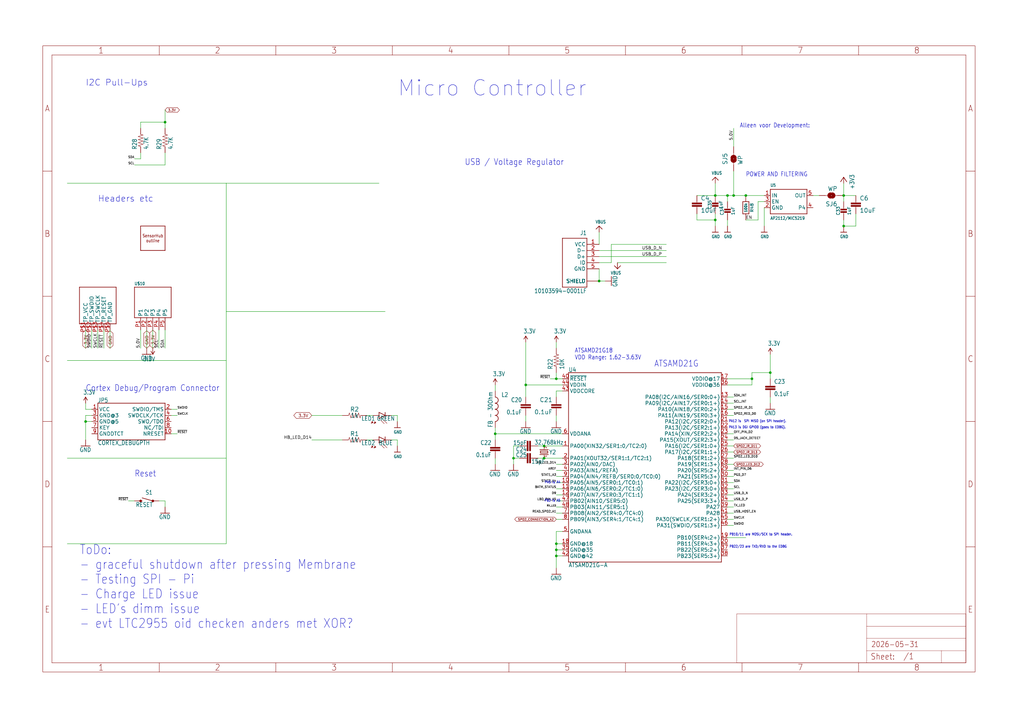
<source format=kicad_sch>
(kicad_sch (version 20250114) (generator "eeschema") (generator_version "9.0")
  (paper "User" 425.45 298.602)
  (text "USB / Voltage Regulator" (at 193.04 66.04 0) (effects (font (size 2.54 2.159)) (justify left top)))
  (text "PA5 is A4" (at 232.918 200.66 0) (effects (font (size 1.016 0.8636)) (justify right)))
  (text "ToDo:\n- graceful shutdown after pressing Membrane\n- Testing SPI - Pi\n- Charge LED issue\n- LED's dimm issue\n- evt LTC2955 oid checken anders met XOR?" (at 33.02 261.62 0) (effects (font (size 3.81 3.2385)) (justify left bottom)))
  (text "Micro Controller" (at 165.1 33.02 0) (effects (font (size 6.4516 6.4516)) (justify left top)))
  (text "POWER AND FILTERING" (at 309.88 73.66 0) (effects (font (size 1.778 1.5113)) (justify left bottom)))
  (text "Alleen voor Development:" (at 307.34 53.34 0) (effects (font (size 1.778 1.5113)) (justify left bottom)))
  (text "PB22/23 are TXD/RXD to the EDBG" (at 303.022 226.822 0) (effects (font (size 1.016 0.8636)) (justify left top)))
  (text "Headers etc" (at 40.64 81.28 0) (effects (font (size 2.54 2.54)) (justify left top)))
  (text "PA13 is DGI GPIO0 (goes to EDBG)." (at 302.768 177.8 0) (effects (font (size 1.016 0.8636)) (justify left)))
  (text "Cortex Debug/Program Connector" (at 35.56 160.02 0) (effects (font (size 2.54 2.159)) (justify left top)))
  (text "I2C Pull-Ups" (at 35.56 33.02 0) (effects (font (size 2.54 2.54)) (justify left top)))
  (text "PB2 is A5" (at 232.918 208.28 0) (effects (font (size 1.016 0.8636)) (justify right)))
  (text "Reset" (at 55.88 195.58 0) (effects (font (size 2.54 2.159)) (justify left top)))
  (text "ATSAMD21G18\nVDD Range: 1.62-3.63V" (at 238.76 147.32 0) (effects (font (size 1.778 1.5113)) (justify left)))
  (text "ATSAMD21G" (at 271.78 149.86 0) (effects (font (size 2.54 2.159)) (justify left top)))
  (text "PA12 is  SPI MISO (on SPI header)." (at 302.768 175.26 0) (effects (font (size 1.016 0.8636)) (justify left)))
  (text "PB10/11 are MOSI/SCK to SPI header." (at 303.022 221.742 0) (effects (font (size 1.016 0.8636)) (justify left top)))
  (junction (at 213.36 190.5))
  (junction (at 205.74 180.34))
  (junction (at 231.14 231.14))
  (junction (at 231.14 228.6))
  (junction (at 248.92 116.84))
  (junction (at 231.14 226.06))
  (junction (at 350.52 93.98))
  (junction (at 231.14 157.48))
  (junction (at 350.52 81.28))
  (junction (at 68.58 50.8))
  (junction (at 309.88 81.28))
  (junction (at 218.44 160.02))
  (junction (at 302.26 81.28))
  (junction (at 304.8 81.28))
  (junction (at 312.42 157.48))
  (junction (at 297.18 81.28))
  (junction (at 320.04 154.94))
  (junction (at 297.18 91.44))
  (junction (at 226.06 190.5))
  (junction (at 35.56 175.26))
  (junction (at 226.06 185.42))
  (wire (pts (xy 302.26 185.42) (xy 304.8 185.42)) (stroke (width 0.1524)))
  (wire (pts (xy 276.86 106.68) (xy 248.92 106.68)) (stroke (width 0.1524)))
  (wire (pts (xy 312.42 160.02) (xy 312.42 157.48)) (stroke (width 0.1524)))
  (wire (pts (xy 35.56 172.72) (xy 35.56 175.26)) (stroke (width 0.1524)))
  (wire (pts (xy 58.42 137.16) (xy 58.42 144.78)) (stroke (width 0.1524)))
  (wire (pts (xy 233.68 185.42) (xy 226.06 185.42)) (stroke (width 0.1524)))
  (wire (pts (xy 213.36 190.5) (xy 213.36 193.04)) (stroke (width 0.1524)))
  (wire (pts (xy 60.96 137.16) (xy 60.96 144.78)) (stroke (width 0.1524)))
  (wire (pts (xy 231.14 157.48) (xy 228.6 157.48)) (stroke (width 0.1524)))
  (wire (pts (xy 93.98 129.54) (xy 93.98 149.86)) (stroke (width 0.1524)))
  (wire (pts (xy 302.26 180.34) (xy 304.8 180.34)) (stroke (width 0.1524)))
  (wire (pts (xy 297.18 76.2) (xy 297.18 81.28)) (stroke (width 0.1524)))
  (wire (pts (xy 248.92 111.76) (xy 248.92 116.84)) (stroke (width 0.1524)))
  (wire (pts (xy 233.68 228.6) (xy 231.14 228.6)) (stroke (width 0.1524)))
  (wire (pts (xy 254 101.6) (xy 276.86 101.6)) (stroke (width 0.1524)))
  (wire (pts (xy 314.96 83.82) (xy 317.5 83.82)) (stroke (width 0.1524)))
  (wire (pts (xy 231.14 226.06) (xy 231.14 228.6)) (stroke (width 0.1524)))
  (wire (pts (xy 233.68 195.58) (xy 231.14 195.58)) (stroke (width 0.1524)))
  (wire (pts (xy 302.26 198.12) (xy 304.8 198.12)) (stroke (width 0.1524)))
  (wire (pts (xy 218.44 160.02) (xy 218.44 142.24)) (stroke (width 0.1524)))
  (wire (pts (xy 71.12 172.72) (xy 73.66 172.72)) (stroke (width 0.1524)))
  (wire (pts (xy 38.1 172.72) (xy 35.56 172.72)) (stroke (width 0.1524)))
  (wire (pts (xy 93.98 76.2) (xy 157.48 76.2)) (stroke (width 0.1524)))
  (wire (pts (xy 314.96 91.44) (xy 314.96 83.82)) (stroke (width 0.1524)))
  (wire (pts (xy 256.54 109.22) (xy 276.86 109.22)) (stroke (width 0.1524)))
  (wire (pts (xy 350.52 81.28) (xy 355.6 81.28)) (stroke (width 0.1524)))
  (wire (pts (xy 93.98 190.5) (xy 93.98 226.06)) (stroke (width 0.1524)))
  (wire (pts (xy 71.12 180.34) (xy 73.66 180.34)) (stroke (width 0.1524)))
  (wire (pts (xy 248.92 101.6) (xy 248.92 96.52)) (stroke (width 0.1524)))
  (wire (pts (xy 35.56 170.18) (xy 35.56 167.64)) (stroke (width 0.1524)))
  (wire (pts (xy 233.68 205.74) (xy 231.14 205.74)) (stroke (width 0.1524)))
  (wire (pts (xy 231.14 157.48) (xy 231.14 154.94)) (stroke (width 0.1524)))
  (wire (pts (xy 68.58 137.16) (xy 68.58 144.78)) (stroke (width 0.1524)))
  (wire (pts (xy 248.92 104.14) (xy 276.86 104.14)) (stroke (width 0.1524)))
  (wire (pts (xy 233.68 180.34) (xy 205.74 180.34)) (stroke (width 0.1524)))
  (wire (pts (xy 302.26 223.52) (xy 309.88 223.52)) (stroke (width 0.1524)))
  (wire (pts (xy 233.68 200.66) (xy 231.14 200.66)) (stroke (width 0.1524)))
  (wire (pts (xy 304.8 71.12) (xy 304.8 81.28)) (stroke (width 0.1524)))
  (wire (pts (xy 304.8 60.96) (xy 304.8 53.34)) (stroke (width 0.1524)))
  (wire (pts (xy 205.74 180.34) (xy 205.74 177.8)) (stroke (width 0.1524)))
  (wire (pts (xy 302.26 208.28) (xy 304.8 208.28)) (stroke (width 0.1524)))
  (wire (pts (xy 251.46 116.84) (xy 248.92 116.84)) (stroke (width 0.1524)))
  (wire (pts (xy 312.42 157.48) (xy 312.42 154.94)) (stroke (width 0.1524)))
  (wire (pts (xy 205.74 193.04) (xy 205.74 190.5)) (stroke (width 0.1524)))
  (wire (pts (xy 297.18 81.28) (xy 302.26 81.28)) (stroke (width 0.1524)))
  (wire (pts (xy 297.18 91.44) (xy 297.18 93.98)) (stroke (width 0.1524)))
  (wire (pts (xy 58.42 50.8) (xy 58.42 53.34)) (stroke (width 0.1524)))
  (wire (pts (xy 350.52 83.82) (xy 350.52 81.28)) (stroke (width 0.1524)))
  (wire (pts (xy 68.58 50.8) (xy 68.58 45.72)) (stroke (width 0.1524)))
  (wire (pts (xy 231.14 172.72) (xy 231.14 175.26)) (stroke (width 0.1524)))
  (wire (pts (xy 302.26 93.98) (xy 302.26 91.44)) (stroke (width 0.1524)))
  (wire (pts (xy 35.56 137.16) (xy 35.56 144.78)) (stroke (width 0.1524)))
  (wire (pts (xy 93.98 76.2) (xy 93.98 129.54)) (stroke (width 0.1524)))
  (wire (pts (xy 93.98 190.5) (xy 27.94 190.5)) (stroke (width 0.1524)))
  (wire (pts (xy 93.98 226.06) (xy 27.94 226.06)) (stroke (width 0.1524)))
  (wire (pts (xy 233.68 193.04) (xy 231.14 193.04)) (stroke (width 0.1524)))
  (wire (pts (xy 254 109.22) (xy 254 101.6)) (stroke (width 0.1524)))
  (wire (pts (xy 205.74 182.88) (xy 205.74 180.34)) (stroke (width 0.1524)))
  (wire (pts (xy 152.4 172.72) (xy 154.94 172.72)) (stroke (width 0.1524)))
  (wire (pts (xy 297.18 88.9) (xy 297.18 91.44)) (stroke (width 0.1524)))
  (wire (pts (xy 218.44 175.26) (xy 218.44 172.72)) (stroke (width 0.1524)))
  (wire (pts (xy 93.98 129.54) (xy 160.02 129.54)) (stroke (width 0.1524)))
  (wire (pts (xy 35.56 175.26) (xy 35.56 182.88)) (stroke (width 0.1524)))
  (wire (pts (xy 93.98 149.86) (xy 27.94 149.86)) (stroke (width 0.1524)))
  (wire (pts (xy 68.58 63.5) (xy 68.58 68.58)) (stroke (width 0.1524)))
  (wire (pts (xy 302.26 213.36) (xy 304.8 213.36)) (stroke (width 0.1524)))
  (wire (pts (xy 213.36 185.42) (xy 213.36 190.5)) (stroke (width 0.1524)))
  (wire (pts (xy 312.42 154.94) (xy 320.04 154.94)) (stroke (width 0.1524)))
  (wire (pts (xy 302.26 215.9) (xy 304.8 215.9)) (stroke (width 0.1524)))
  (wire (pts (xy 302.26 218.44) (xy 304.8 218.44)) (stroke (width 0.1524)))
  (wire (pts (xy 233.68 220.98) (xy 231.14 220.98)) (stroke (width 0.1524)))
  (wire (pts (xy 302.26 200.66) (xy 304.8 200.66)) (stroke (width 0.1524)))
  (wire (pts (xy 317.5 86.36) (xy 317.5 93.98)) (stroke (width 0.1524)))
  (wire (pts (xy 162.56 172.72) (xy 165.1 172.72)) (stroke (width 0.1524)))
  (wire (pts (xy 233.68 157.48) (xy 231.14 157.48)) (stroke (width 0.1524)))
  (wire (pts (xy 302.26 187.96) (xy 304.8 187.96)) (stroke (width 0.1524)))
  (wire (pts (xy 231.14 228.6) (xy 231.14 231.14)) (stroke (width 0.1524)))
  (wire (pts (xy 340.36 81.28) (xy 337.82 81.28)) (stroke (width 0.1524)))
  (wire (pts (xy 142.24 182.88) (xy 129.54 182.88)) (stroke (width 0.1524)))
  (wire (pts (xy 218.44 160.02) (xy 218.44 165.1)) (stroke (width 0.1524)))
  (wire (pts (xy 152.4 182.88) (xy 154.94 182.88)) (stroke (width 0.1524)))
  (wire (pts (xy 302.26 81.28) (xy 302.26 83.82)) (stroke (width 0.1524)))
  (wire (pts (xy 350.52 81.28) (xy 350.52 76.2)) (stroke (width 0.1524)))
  (wire (pts (xy 302.26 190.5) (xy 304.8 190.5)) (stroke (width 0.1524)))
  (wire (pts (xy 43.18 137.16) (xy 43.18 144.78)) (stroke (width 0.1524)))
  (wire (pts (xy 38.1 175.26) (xy 35.56 175.26)) (stroke (width 0.1524)))
  (wire (pts (xy 226.06 185.42) (xy 223.52 185.42)) (stroke (width 0.1524)))
  (wire (pts (xy 320.04 154.94) (xy 320.04 157.48)) (stroke (width 0.1524)))
  (wire (pts (xy 226.06 190.5) (xy 233.68 190.5)) (stroke (width 0.1524)))
  (wire (pts (xy 205.74 162.56) (xy 205.74 160.02)) (stroke (width 0.1524)))
  (wire (pts (xy 248.92 109.22) (xy 254 109.22)) (stroke (width 0.1524)))
  (wire (pts (xy 317.5 81.28) (xy 309.88 81.28)) (stroke (width 0.1524)))
  (wire (pts (xy 40.64 137.16) (xy 40.64 144.78)) (stroke (width 0.1524)))
  (wire (pts (xy 45.72 137.16) (xy 45.72 144.78)) (stroke (width 0.1524)))
  (wire (pts (xy 38.1 137.16) (xy 38.1 144.78)) (stroke (width 0.1524)))
  (wire (pts (xy 302.26 170.18) (xy 304.8 170.18)) (stroke (width 0.1524)))
  (wire (pts (xy 63.5 137.16) (xy 63.5 144.78)) (stroke (width 0.1524)))
  (wire (pts (xy 68.58 208.28) (xy 68.58 210.82)) (stroke (width 0.1524)))
  (wire (pts (xy 162.56 182.88) (xy 165.1 182.88)) (stroke (width 0.1524)))
  (wire (pts (xy 223.52 190.5) (xy 226.06 190.5)) (stroke (width 0.1524)))
  (wire (pts (xy 215.9 185.42) (xy 213.36 185.42)) (stroke (width 0.1524)))
  (wire (pts (xy 233.68 215.9) (xy 231.14 215.9)) (stroke (width 0.1524)))
  (wire (pts (xy 233.68 198.12) (xy 231.14 198.12)) (stroke (width 0.1524)))
  (wire (pts (xy 302.26 157.48) (xy 312.42 157.48)) (stroke (width 0.1524)))
  (wire (pts (xy 233.68 160.02) (xy 218.44 160.02)) (stroke (width 0.1524)))
  (wire (pts (xy 233.68 203.2) (xy 231.14 203.2)) (stroke (width 0.1524)))
  (wire (pts (xy 233.68 231.14) (xy 231.14 231.14)) (stroke (width 0.1524)))
  (wire (pts (xy 350.52 93.98) (xy 350.52 91.44)) (stroke (width 0.1524)))
  (wire (pts (xy 142.24 172.72) (xy 129.54 172.72)) (stroke (width 0.1524)))
  (wire (pts (xy 302.26 165.1) (xy 304.8 165.1)) (stroke (width 0.1524)))
  (wire (pts (xy 302.26 167.64) (xy 304.8 167.64)) (stroke (width 0.1524)))
  (wire (pts (xy 165.1 172.72) (xy 165.1 175.26)) (stroke (width 0.1524)))
  (wire (pts (xy 215.9 190.5) (xy 213.36 190.5)) (stroke (width 0.1524)))
  (wire (pts (xy 165.1 182.88) (xy 165.1 185.42)) (stroke (width 0.1524)))
  (wire (pts (xy 302.26 160.02) (xy 312.42 160.02)) (stroke (width 0.1524)))
  (wire (pts (xy 231.14 142.24) (xy 231.14 144.78)) (stroke (width 0.1524)))
  (wire (pts (xy 302.26 205.74) (xy 304.8 205.74)) (stroke (width 0.1524)))
  (wire (pts (xy 231.14 220.98) (xy 231.14 226.06)) (stroke (width 0.1524)))
  (wire (pts (xy 233.68 213.36) (xy 231.14 213.36)) (stroke (width 0.1524)))
  (wire (pts (xy 320.04 167.64) (xy 320.04 165.1)) (stroke (width 0.1524)))
  (wire (pts (xy 233.68 162.56) (xy 231.14 162.56)) (stroke (width 0.1524)))
  (wire (pts (xy 231.14 231.14) (xy 231.14 236.22)) (stroke (width 0.1524)))
  (wire (pts (xy 68.58 53.34) (xy 68.58 50.8)) (stroke (width 0.1524)))
  (wire (pts (xy 302.26 210.82) (xy 304.8 210.82)) (stroke (width 0.1524)))
  (wire (pts (xy 58.42 50.8) (xy 68.58 50.8)) (stroke (width 0.1524)))
  (wire (pts (xy 304.8 81.28) (xy 302.26 81.28)) (stroke (width 0.1524)))
  (wire (pts (xy 27.94 76.2) (xy 93.98 76.2)) (stroke (width 0.1524)))
  (wire (pts (xy 38.1 170.18) (xy 35.56 170.18)) (stroke (width 0.1524)))
  (wire (pts (xy 302.26 193.04) (xy 304.8 193.04)) (stroke (width 0.1524)))
  (wire (pts (xy 233.68 208.28) (xy 231.14 208.28)) (stroke (width 0.1524)))
  (wire (pts (xy 233.68 226.06) (xy 231.14 226.06)) (stroke (width 0.1524)))
  (wire (pts (xy 355.6 93.98) (xy 350.52 93.98)) (stroke (width 0.1524)))
  (wire (pts (xy 302.26 203.2) (xy 304.8 203.2)) (stroke (width 0.1524)))
  (wire (pts (xy 355.6 88.9) (xy 355.6 93.98)) (stroke (width 0.1524)))
  (wire (pts (xy 68.58 68.58) (xy 55.88 68.58)) (stroke (width 0.1524)))
  (wire (pts (xy 309.88 91.44) (xy 314.96 91.44)) (stroke (width 0.1524)))
  (wire (pts (xy 233.68 210.82) (xy 231.14 210.82)) (stroke (width 0.1524)))
  (wire (pts (xy 320.04 154.94) (xy 320.04 147.32)) (stroke (width 0.1524)))
  (wire (pts (xy 297.18 81.28) (xy 289.56 81.28)) (stroke (width 0.1524)))
  (wire (pts (xy 289.56 91.44) (xy 297.18 91.44)) (stroke (width 0.1524)))
  (wire (pts (xy 302.26 195.58) (xy 304.8 195.58)) (stroke (width 0.1524)))
  (wire (pts (xy 66.04 208.28) (xy 68.58 208.28)) (stroke (width 0.1524)))
  (wire (pts (xy 302.26 182.88) (xy 304.8 182.88)) (stroke (width 0.1524)))
  (wire (pts (xy 289.56 88.9) (xy 289.56 91.44)) (stroke (width 0.1524)))
  (wire (pts (xy 66.04 137.16) (xy 66.04 144.78)) (stroke (width 0.1524)))
  (wire (pts (xy 302.26 172.72) (xy 304.8 172.72)) (stroke (width 0.1524)))
  (wire (pts (xy 231.14 162.56) (xy 231.14 165.1)) (stroke (width 0.1524)))
  (wire (pts (xy 58.42 63.5) (xy 58.42 66.04)) (stroke (width 0.1524)))
  (wire (pts (xy 93.98 149.86) (xy 93.98 190.5)) (stroke (width 0.1524)))
  (wire (pts (xy 71.12 170.18) (xy 73.66 170.18)) (stroke (width 0.1524)))
  (wire (pts (xy 309.88 81.28) (xy 304.8 81.28)) (stroke (width 0.1524)))
  (wire (pts (xy 55.88 208.28) (xy 53.34 208.28)) (stroke (width 0.1524)))
  (wire (pts (xy 58.42 66.04) (xy 55.88 66.04)) (stroke (width 0.1524)))
  (label "SWCLK" (at 304.8 215.9 0) (effects (font (size 0.889 0.889))))
  (label "TX_LED" (at 304.8 210.82 0) (effects (font (size 0.889 0.889))))
  (label "SCL_INT" (at 304.8 167.64 0) (effects (font (size 0.889 0.889))))
  (label "OFF_PIN_D2" (at 304.8 180.34 0) (effects (font (size 0.889 0.889))))
  (label "EN" (at 309.88 91.44 0) (effects (font (size 1.2446 1.2446))))
  (label "SWDIO" (at 38.1 144.78 90) (effects (font (size 1.2446 1.2446))))
  (label "5.0V" (at 58.42 144.78 90) (effects (font (size 1.2446 1.2446))))
  (label "5.0V" (at 304.8 58.42 90) (effects (font (size 1.2446 1.2446))))
  (label "USB_HOST_EN" (at 304.8 213.36 0) (effects (font (size 0.889 0.889))))
  (label "SWDIO" (at 304.8 218.44 0) (effects (font (size 0.889 0.889))))
  (label "SPO2_LED_D10" (at 304.8 190.5 0) (effects (font (size 0.889 0.889))))
  (label "SCL" (at 304.8 203.2 0) (effects (font (size 0.889 0.889))))
  (label "~{RESET}" (at 228.6 157.48 180) (effects (font (size 0.889 0.889))))
  (label "SPO2_IR_D1" (at 304.8 170.18 0) (effects (font (size 0.889 0.889))))
  (label "SDA_INT" (at 304.8 165.1 0) (effects (font (size 0.889 0.889))))
  (label "AREF" (at 231.14 195.58 180) (effects (font (size 0.889 0.889))))
  (label "SCL" (at 66.04 144.78 90) (effects (font (size 1.2446 1.2446))))
  (label "SDA" (at 68.58 144.78 90) (effects (font (size 1.2446 1.2446))))
  (label "RX_LED" (at 231.14 210.82 180) (effects (font (size 0.7112 0.7112))))
  (label "SDA" (at 304.8 200.66 0) (effects (font (size 0.889 0.889))))
  (label "SWCLK" (at 40.64 144.78 90) (effects (font (size 1.2446 1.2446))))
  (label "SCL" (at 55.88 68.58 180) (effects (font (size 0.889 0.889))))
  (label "PGD_D7" (at 304.8 198.12 0) (effects (font (size 0.889 0.889))))
  (label "USB_D_P" (at 304.8 208.28 0) (effects (font (size 0.889 0.889))))
  (label "~{RESET}" (at 73.66 180.34 0) (effects (font (size 0.889 0.889))))
  (label "LBO_PIN_A5" (at 231.14 208.28 180) (effects (font (size 0.889 0.889))))
  (label "STAT1_A3" (at 231.14 198.12 180) (effects (font (size 0.889 0.889))))
  (label "BATM_STATUS" (at 231.14 203.2 180) (effects (font (size 0.889 0.889))))
  (label "SWCLK" (at 73.66 172.72 0) (effects (font (size 0.889 0.889))))
  (label "STAT2_A4" (at 231.14 200.66 180) (effects (font (size 0.889 0.889))))
  (label "~{RESET}" (at 43.18 144.78 90) (effects (font (size 1.2446 1.2446))))
  (label "USB_D_P" (at 266.7 106.68 0) (effects (font (size 1.2446 1.2446))))
  (label "INT_PIN_D6" (at 304.8 195.58 0) (effects (font (size 0.889 0.889))))
  (label "USB_D_N" (at 304.8 205.74 0) (effects (font (size 0.889 0.889))))
  (label "HB_LED_D14" (at 231.14 193.04 180) (effects (font (size 0.889 0.889))))
  (label "USB_D_N" (at 266.7 104.14 0) (effects (font (size 1.2446 1.2446))))
  (label "HB_LED_D14" (at 129.54 182.88 180) (effects (font (size 1.2446 1.2446))))
  (label "SDA" (at 55.88 66.04 180) (effects (font (size 0.889 0.889))))
  (label "READ_SPO2_A1" (at 231.14 213.36 180) (effects (font (size 0.889 0.889))))
  (label "D5_JACK_DETECT" (at 304.8 182.88 0) (effects (font (size 0.889 0.889))))
  (label "D9" (at 231.14 205.74 180) (effects (font (size 0.889 0.889))))
  (label "SPO2_RED_D0" (at 304.8 172.72 0) (effects (font (size 0.889 0.889))))
  (label "~{RESET}" (at 53.34 208.28 180) (effects (font (size 0.889 0.889))))
  (label "SWDIO" (at 73.66 170.18 0) (effects (font (size 0.889 0.889))))
  (global_label "3.3V" (shape bidirectional) (at 63.5 144.78 90) (effects (font (size 1.2446 1.2446))) (property "Intersheetrefs" "${INTERSHEET_REFS}" (effects (hide yes))))
  (global_label "SPO2_CONNECTION_A2" (shape bidirectional) (at 231.14 215.9 180) (effects (font (size 0.889 0.889))) (property "Intersheetrefs" "${INTERSHEET_REFS}" (effects (hide yes))))
  (global_label "GND" (shape bidirectional) (at 60.96 144.78 90) (effects (font (size 1.2446 1.2446))) (property "Intersheetrefs" "${INTERSHEET_REFS}" (effects (hide yes))))
  (global_label "SPO2_LED_D12" (shape bidirectional) (at 304.8 193.04 0) (effects (font (size 0.889 0.889))) (property "Intersheetrefs" "${INTERSHEET_REFS}" (effects (hide yes))))
  (global_label "GND" (shape bidirectional) (at 45.72 144.78 90) (effects (font (size 1.2446 1.2446))) (property "Intersheetrefs" "${INTERSHEET_REFS}" (effects (hide yes))))
  (global_label "3.3V" (shape bidirectional) (at 68.58 45.72 0) (effects (font (size 0.9957 0.9957))) (property "Intersheetrefs" "${INTERSHEET_REFS}" (effects (hide yes))))
  (global_label "SPO2_IR_D11" (shape bidirectional) (at 304.8 185.42 0) (effects (font (size 0.889 0.889))) (property "Intersheetrefs" "${INTERSHEET_REFS}" (effects (hide yes))))
  (global_label "3.3V" (shape bidirectional) (at 129.54 172.72 180) (effects (font (size 1.2446 1.2446))) (property "Intersheetrefs" "${INTERSHEET_REFS}" (effects (hide yes))))
  (global_label "SPO2_IR_D13" (shape bidirectional) (at 304.8 187.96 0) (effects (font (size 0.889 0.889))) (property "Intersheetrefs" "${INTERSHEET_REFS}" (effects (hide yes))))
  (global_label "3.3V" (shape bidirectional) (at 35.56 144.78 90) (effects (font (size 1.2446 1.2446))) (property "Intersheetrefs" "${INTERSHEET_REFS}" (effects (hide yes))))
  (symbol (lib_id "Spo2_module_v3.0.0_simple_dec2024-eagle-import:SENSORHUB_PROFILEUSB_LEFT") (at 63.5 99.06 0) (unit 1)
    (property "Reference" "U$12" (effects (hide yes)))
    (property "Value" "SENSORHUB_PROFILEUSB_LEFT" (effects (hide yes)))
    (property "Footprint" "Spo2_module_v3.0.0_simple_dec2024:SENSORHUB_OUTLINE_USB_NOTCH_LEFT" (effects (hide yes)))
  )
  (symbol (lib_id "Spo2_module_v3.0.0_simple_dec2024-eagle-import:microbuilder_GND") (at 165.1 177.8 0) (unit 1)
    (property "Reference" "#U$1" (effects (hide yes)))
    (property "Value" "GND" (at 163.576 180.34 0) (effects (font (size 1.27 1.0795)) (justify left bottom)))
  )
  (symbol (lib_id "Spo2_module_v3.0.0_simple_dec2024-eagle-import:LEDCHIP-LED0603") (at 157.48 172.72 90) (unit 1)
    (property "Reference" "LED1" (at 153.035 173.99 90) (effects (font (size 1.778 1.5113))))
    (property "Value" "GREEN" (at 160.274 173.99 90) (effects (font (size 1.778 1.5113))))
    (property "Footprint" "Spo2_module_v3.0.0_simple_dec2024:CHIP-LED0603" (effects (hide yes)))
  )
  (symbol (lib_id "Spo2_module_v3.0.0_simple_dec2024-eagle-import:microbuilder_GND") (at 350.52 96.52 0) (unit 1)
    (property "Reference" "#U$2" (effects (hide yes)))
    (property "Value" "GND" (at 348.996 99.06 0) (effects (font (size 1.27 1.0795)) (justify left bottom)))
  )
  (symbol (lib_id "Spo2_module_v3.0.0_simple_dec2024-eagle-import:1KOHM-0603-1/10W-1%") (at 147.32 172.72 0) (unit 1)
    (property "Reference" "R2" (at 147.32 170.18 0) (effects (font (size 1.778 1.778))))
    (property "Value" "1k" (at 147.32 172.72 0) (effects (font (size 1.778 1.778))))
    (property "Footprint" "Spo2_module_v3.0.0_simple_dec2024:0603" (effects (hide yes)))
  )
  (symbol (lib_id "Spo2_module_v3.0.0_simple_dec2024-eagle-import:15PF-50V(+-5%)(0402)") (at 218.44 190.5 270) (unit 1)
    (property "Reference" "C25" (at 218.948 190.119 90) (effects (font (size 1.778 1.5113)) (justify right bottom)))
    (property "Value" "15pF" (at 220.726 190.881 90) (effects (font (size 1.778 1.5113)) (justify left top)))
    (property "Footprint" "Spo2_module_v3.0.0_simple_dec2024:0402-CAP" (effects (hide yes)))
  )
  (symbol (lib_id "Spo2_module_v3.0.0_simple_dec2024-eagle-import:10103594-0001LF") (at 238.76 109.22 0) (mirror y) (unit 1)
    (property "Reference" "J1" (at 243.84 97.79 0) (effects (font (size 1.778 1.5113)) (justify left bottom)))
    (property "Value" "10103594-0001LF" (at 243.84 121.92 0) (effects (font (size 1.778 1.5113)) (justify left bottom)))
    (property "Footprint" "Spo2_module_v3.0.0_simple_dec2024:AMPHENOL_10103594-0001LF" (effects (hide yes)))
  )
  (symbol (lib_id "Spo2_module_v3.0.0_simple_dec2024-eagle-import:PHOENIX_PTSM_M5_TH_I2C++") (at 63.5 129.54 0) (unit 1)
    (property "Reference" "U$10" (at 55.88 118.618 0) (effects (font (size 1.27 1.0795)) (justify left bottom)))
    (property "Value" "PHOENIX_PTSM_M5_TH_I2C++" (effects (hide yes)))
    (property "Footprint" "Spo2_module_v3.0.0_simple_dec2024:PTSM_M5_THRHOLE" (effects (hide yes)))
  )
  (symbol (lib_id "Spo2_module_v3.0.0_simple_dec2024-eagle-import:0.1UF-16V(+-10%)(0402)") (at 218.44 170.18 0) (mirror y) (unit 1)
    (property "Reference" "C20" (at 216.916 167.259 0) (effects (font (size 1.778 1.5113)) (justify left bottom)))
    (property "Value" "0.1uF" (at 216.916 172.339 0) (effects (font (size 1.778 1.5113)) (justify left bottom)))
    (property "Footprint" "Spo2_module_v3.0.0_simple_dec2024:0402-CAP" (effects (hide yes)))
  )
  (symbol (lib_id "Spo2_module_v3.0.0_simple_dec2024-eagle-import:JUMPER-SMT_2_NO_NO-SILK") (at 345.44 81.28 180) (unit 1)
    (property "Reference" "SJ6" (at 347.98 83.82 0) (effects (font (size 1.778 1.778)) (justify left bottom)))
    (property "Value" "WP" (at 347.98 77.47 0) (effects (font (size 1.778 1.778)) (justify left bottom)))
    (property "Footprint" "Spo2_module_v3.0.0_simple_dec2024:SMT-JUMPER_2_NO_NO-SILK" (effects (hide yes)))
  )
  (symbol (lib_id "Spo2_module_v3.0.0_simple_dec2024-eagle-import:10UF-0603-6.3V-20%") (at 289.56 86.36 0) (unit 1)
    (property "Reference" "C4" (at 291.084 83.439 0) (effects (font (size 1.778 1.778)) (justify left bottom)))
    (property "Value" "10uF" (at 291.084 88.519 0) (effects (font (size 1.778 1.778)) (justify left bottom)))
    (property "Footprint" "Spo2_module_v3.0.0_simple_dec2024:0603" (effects (hide yes)))
  )
  (symbol (lib_id "Spo2_module_v3.0.0_simple_dec2024-eagle-import:GND") (at 35.56 185.42 0) (unit 1)
    (property "Reference" "#GND48" (effects (hide yes)))
    (property "Value" "GND" (at 33.02 187.96 0) (effects (font (size 1.778 1.5113)) (justify left bottom)))
  )
  (symbol (lib_id "Spo2_module_v3.0.0_simple_dec2024-eagle-import:CAP_CERAMIC0603_NO") (at 302.26 88.9 0) (unit 1)
    (property "Reference" "C34" (at 299.97 87.65 90))
    (property "Value" "1uF" (at 304.56 87.65 90))
    (property "Footprint" "Spo2_module_v3.0.0_simple_dec2024:0603-NO" (effects (hide yes)))
  )
  (symbol (lib_id "Spo2_module_v3.0.0_simple_dec2024-eagle-import:HUB_TESTPINSHUBS") (at 48.26 127 90) (unit 1)
    (property "Reference" "U$5" (effects (hide yes)))
    (property "Value" "HUB_TESTPINSHUBS" (effects (hide yes)))
    (property "Footprint" "Spo2_module_v3.0.0_simple_dec2024:TEST_PINS" (effects (hide yes)))
  )
  (symbol (lib_id "Spo2_module_v3.0.0_simple_dec2024-eagle-import:ATSAMD21G-A") (at 266.7 200.66 0) (unit 1)
    (property "Reference" "U4" (at 236.22 154.686 0) (effects (font (size 1.778 1.5113)) (justify left bottom)))
    (property "Value" "ATSAMD21G-A" (at 236.22 233.934 0) (effects (font (size 1.778 1.5113)) (justify left top)))
    (property "Footprint" "Spo2_module_v3.0.0_simple_dec2024:TQFP-48" (effects (hide yes)))
  )
  (symbol (lib_id "Spo2_module_v3.0.0_simple_dec2024-eagle-import:RESISTOR_0603_NOOUT") (at 309.88 86.36 270) (unit 1)
    (property "Reference" "R48" (at 312.42 86.36 0))
    (property "Value" "100k" (at 309.88 86.36 0) (effects (font (size 1.016 1.016) (thickness 0.2032) (bold yes))))
    (property "Footprint" "Spo2_module_v3.0.0_simple_dec2024:0603-NO@1" (effects (hide yes)))
  )
  (symbol (lib_id "Spo2_module_v3.0.0_simple_dec2024-eagle-import:GND") (at 218.44 177.8 0) (unit 1)
    (property "Reference" "#GND42" (effects (hide yes)))
    (property "Value" "GND" (at 215.9 180.34 0) (effects (font (size 1.778 1.5113)) (justify left bottom)))
  )
  (symbol (lib_id "Spo2_module_v3.0.0_simple_dec2024-eagle-import:GND") (at 231.14 177.8 0) (unit 1)
    (property "Reference" "#GND43" (effects (hide yes)))
    (property "Value" "GND" (at 228.6 180.34 0) (effects (font (size 1.778 1.5113)) (justify left bottom)))
  )
  (symbol (lib_id "Spo2_module_v3.0.0_simple_dec2024-eagle-import:INDUCTOR0603") (at 205.74 170.18 0) (unit 1)
    (property "Reference" "L2" (at 208.28 165.1 0) (effects (font (size 1.778 1.5113)) (justify left bottom)))
    (property "Value" "FB - 30Ohm" (at 204.724 177.8 90) (effects (font (size 1.778 1.5113)) (justify left bottom)))
    (property "Footprint" "Spo2_module_v3.0.0_simple_dec2024:0603" (effects (hide yes)))
    (property "PROD_ID" "RES-07859" (effects (hide yes)))
  )
  (symbol (lib_id "Spo2_module_v3.0.0_simple_dec2024-eagle-import:GND") (at 60.96 147.32 0) (unit 1)
    (property "Reference" "#GND7" (effects (hide yes)))
    (property "Value" "GND" (at 58.42 149.86 0) (effects (font (size 1.778 1.5113)) (justify left bottom)))
  )
  (symbol (lib_id "Spo2_module_v3.0.0_simple_dec2024-eagle-import:microbuilder_GND") (at 165.1 187.96 0) (unit 1)
    (property "Reference" "#U$4" (effects (hide yes)))
    (property "Value" "GND" (at 163.576 190.5 0) (effects (font (size 1.27 1.0795)) (justify left bottom)))
  )
  (symbol (lib_id "Spo2_module_v3.0.0_simple_dec2024-eagle-import:microbuilder_GND") (at 317.5 96.52 0) (unit 1)
    (property "Reference" "#U$30" (effects (hide yes)))
    (property "Value" "GND" (at 315.976 99.06 0) (effects (font (size 1.27 1.0795)) (justify left bottom)))
  )
  (symbol (lib_id "Spo2_module_v3.0.0_simple_dec2024-eagle-import:GND") (at 320.04 170.18 0) (unit 1)
    (property "Reference" "#GND46" (effects (hide yes)))
    (property "Value" "GND" (at 317.5 172.72 0) (effects (font (size 1.778 1.5113)) (justify left bottom)))
  )
  (symbol (lib_id "Spo2_module_v3.0.0_simple_dec2024-eagle-import:GND") (at 213.36 195.58 0) (unit 1)
    (property "Reference" "#GND45" (effects (hide yes)))
    (property "Value" "GND" (at 210.82 198.12 0) (effects (font (size 1.778 1.5113)) (justify left bottom)))
  )
  (symbol (lib_id "Spo2_module_v3.0.0_simple_dec2024-eagle-import:4.7KOHM-1/10W-1%(0603)") (at 68.58 58.42 90) (unit 1)
    (property "Reference" "R29" (at 67.0814 62.23 0) (effects (font (size 1.778 1.5113)) (justify left bottom)))
    (property "Value" "4.7K" (at 71.882 62.23 0) (effects (font (size 1.778 1.5113)) (justify left bottom)))
    (property "Footprint" "Spo2_module_v3.0.0_simple_dec2024:0603-RES" (effects (hide yes)))
  )
  (symbol (lib_id "Spo2_module_v3.0.0_simple_dec2024-eagle-import:microbuilder_GND") (at 297.18 96.52 0) (unit 1)
    (property "Reference" "#U$7" (effects (hide yes)))
    (property "Value" "GND" (at 295.656 99.06 0) (effects (font (size 1.27 1.0795)) (justify left bottom)))
  )
  (symbol (lib_id "Spo2_module_v3.0.0_simple_dec2024-eagle-import:0.1UF-0603-25V-(+80/-20%)") (at 231.14 170.18 0) (mirror y) (unit 1)
    (property "Reference" "C21" (at 229.616 167.259 0) (effects (font (size 1.778 1.778)) (justify left bottom)))
    (property "Value" "0.1uF" (at 229.616 172.339 0) (effects (font (size 1.778 1.778)) (justify left bottom)))
    (property "Footprint" "Spo2_module_v3.0.0_simple_dec2024:0603" (effects (hide yes)))
  )
  (symbol (lib_id "Spo2_module_v3.0.0_simple_dec2024-eagle-import:CAP_CERAMIC0603_NO") (at 350.52 88.9 0) (unit 1)
    (property "Reference" "C33" (at 348.23 87.65 90))
    (property "Value" "1uF" (at 352.82 87.65 90))
    (property "Footprint" "Spo2_module_v3.0.0_simple_dec2024:0603-NO" (effects (hide yes)))
  )
  (symbol (lib_id "Spo2_module_v3.0.0_simple_dec2024-eagle-import:GND") (at 205.74 195.58 0) (unit 1)
    (property "Reference" "#GND44" (effects (hide yes)))
    (property "Value" "GND" (at 203.2 198.12 0) (effects (font (size 1.778 1.5113)) (justify left bottom)))
  )
  (symbol (lib_id "Spo2_module_v3.0.0_simple_dec2024-eagle-import:10KOHM-1/10W-1%(0603)0603") (at 231.14 149.86 90) (unit 1)
    (property "Reference" "R22" (at 229.6414 153.67 0) (effects (font (size 1.778 1.5113)) (justify left bottom)))
    (property "Value" "10K" (at 234.442 153.67 0) (effects (font (size 1.778 1.5113)) (justify left bottom)))
    (property "Footprint" "Spo2_module_v3.0.0_simple_dec2024:0603-RES" (effects (hide yes)))
  )
  (symbol (lib_id "Spo2_module_v3.0.0_simple_dec2024-eagle-import:CRYSTAL3.2X1.5MM") (at 226.06 187.96 90) (unit 1)
    (property "Reference" "Y2" (at 228.092 188.976 90) (effects (font (size 1.778 1.5113)) (justify right top)))
    (property "Value" "32.768kHz" (at 228.092 184.912 90) (effects (font (size 1.778 1.5113)) (justify top)))
    (property "Footprint" "Spo2_module_v3.0.0_simple_dec2024:CRYSTAL-SMD-3.2X1.5MM" (effects (hide yes)))
  )
  (symbol (lib_id "Spo2_module_v3.0.0_simple_dec2024-eagle-import:4.7KOHM-1/10W-1%(0603)") (at 58.42 58.42 90) (unit 1)
    (property "Reference" "R28" (at 56.9214 62.23 0) (effects (font (size 1.778 1.5113)) (justify left bottom)))
    (property "Value" "4.7K" (at 61.722 62.23 0) (effects (font (size 1.778 1.5113)) (justify left bottom)))
    (property "Footprint" "Spo2_module_v3.0.0_simple_dec2024:0603-RES" (effects (hide yes)))
  )
  (symbol (lib_id "Spo2_module_v3.0.0_simple_dec2024-eagle-import:VBUS") (at 297.18 73.66 0) (unit 1)
    (property "Reference" "#U$6" (effects (hide yes)))
    (property "Value" "VBUS" (at 295.656 72.644 0) (effects (font (size 1.27 1.0795)) (justify left bottom)))
  )
  (symbol (lib_id "Spo2_module_v3.0.0_simple_dec2024-eagle-import:microbuilder_GND") (at 302.26 96.52 0) (unit 1)
    (property "Reference" "#U$27" (effects (hide yes)))
    (property "Value" "GND" (at 300.736 99.06 0) (effects (font (size 1.27 1.0795)) (justify left bottom)))
  )
  (symbol (lib_id "Spo2_module_v3.0.0_simple_dec2024-eagle-import:0.1UF-16V(+-10%)(0402)") (at 320.04 162.56 0) (unit 1)
    (property "Reference" "C23" (at 321.564 159.639 0) (effects (font (size 1.778 1.5113)) (justify left bottom)))
    (property "Value" "0.1uF" (at 321.564 164.719 0) (effects (font (size 1.778 1.5113)) (justify left bottom)))
    (property "Footprint" "Spo2_module_v3.0.0_simple_dec2024:0402-CAP" (effects (hide yes)))
  )
  (symbol (lib_id "Spo2_module_v3.0.0_simple_dec2024-eagle-import:3.3V") (at 320.04 147.32 0) (unit 1)
    (property "Reference" "#SUPPLY6" (effects (hide yes)))
    (property "Value" "3.3V" (at 319.024 143.764 0) (effects (font (size 1.778 1.5113)) (justify left bottom)))
  )
  (symbol (lib_id "Spo2_module_v3.0.0_simple_dec2024-eagle-import:A3L-LOC") (at 17.78 279.4 0) (unit 1)
    (property "Reference" "#FRAME3" (effects (hide yes)))
    (property "Value" "A3L-LOC" (effects (hide yes)))
  )
  (symbol (lib_id "Spo2_module_v3.0.0_simple_dec2024-eagle-import:GND") (at 68.58 213.36 0) (unit 1)
    (property "Reference" "#GND47" (effects (hide yes)))
    (property "Value" "GND" (at 66.04 215.9 0) (effects (font (size 1.778 1.5113)) (justify left bottom)))
  )
  (symbol (lib_id "Spo2_module_v3.0.0_simple_dec2024-eagle-import:0.1UF-16V(+-10%)(0402)") (at 205.74 187.96 0) (mirror y) (unit 1)
    (property "Reference" "C22" (at 204.216 185.039 0) (effects (font (size 1.778 1.5113)) (justify left bottom)))
    (property "Value" "0.1uF" (at 204.216 190.119 0) (effects (font (size 1.778 1.5113)) (justify left bottom)))
    (property "Footprint" "Spo2_module_v3.0.0_simple_dec2024:0402-CAP" (effects (hide yes)))
  )
  (symbol (lib_id "Spo2_module_v3.0.0_simple_dec2024-eagle-import:3.3V") (at 231.14 142.24 0) (unit 1)
    (property "Reference" "#SUPPLY1" (effects (hide yes)))
    (property "Value" "3.3V" (at 230.124 138.684 0) (effects (font (size 1.778 1.5113)) (justify left bottom)))
  )
  (symbol (lib_id "Spo2_module_v3.0.0_simple_dec2024-eagle-import:1KOHM-0603-1/10W-1%") (at 147.32 182.88 0) (unit 1)
    (property "Reference" "R1" (at 147.32 180.34 0) (effects (font (size 1.778 1.778))))
    (property "Value" "1k" (at 147.32 182.88 0) (effects (font (size 1.778 1.778))))
    (property "Footprint" "Spo2_module_v3.0.0_simple_dec2024:0603" (effects (hide yes)))
  )
  (symbol (lib_id "Spo2_module_v3.0.0_simple_dec2024-eagle-import:+3V3") (at 350.52 73.66 0) (mirror y) (unit 1)
    (property "Reference" "#3.3V1" (effects (hide yes)))
    (property "Value" "+3V3" (at 353.06 78.74 90) (effects (font (size 1.778 1.5113)) (justify left bottom)))
  )
  (symbol (lib_id "Spo2_module_v3.0.0_simple_dec2024-eagle-import:GND") (at 231.14 238.76 0) (unit 1)
    (property "Reference" "#GND41" (effects (hide yes)))
    (property "Value" "GND" (at 228.6 241.3 0) (effects (font (size 1.778 1.5113)) (justify left bottom)))
  )
  (symbol (lib_id "Spo2_module_v3.0.0_simple_dec2024-eagle-import:VBUS") (at 248.92 93.98 0) (unit 1)
    (property "Reference" "#U$3" (effects (hide yes)))
    (property "Value" "VBUS" (at 247.396 92.964 0) (effects (font (size 1.27 1.0795)) (justify left bottom)))
  )
  (symbol (lib_id "Spo2_module_v3.0.0_simple_dec2024-eagle-import:SWITCH-MOMENTARY-2SMD-4.6X2.8MM") (at 60.96 208.28 0) (mirror y) (unit 1)
    (property "Reference" "S1" (at 63.5 205.74 0) (effects (font (size 1.778 1.5113)) (justify left bottom)))
    (property "Value" "RESET" (at 63.5 210.82 0) (effects (font (size 1.778 1.5113)) (justify left bottom)))
    (property "Footprint" "Spo2_module_v3.0.0_simple_dec2024:TACTILE_SWITCH_SMD_4.6X2.8MM" (effects (hide yes)))
  )
  (symbol (lib_id "Spo2_module_v3.0.0_simple_dec2024-eagle-import:CAP_CERAMIC0603_NO") (at 297.18 86.36 0) (unit 1)
    (property "Reference" "C35" (at 294.89 85.11 90))
    (property "Value" "1uF" (at 299.48 85.11 90))
    (property "Footprint" "Spo2_module_v3.0.0_simple_dec2024:0603-NO" (effects (hide yes)))
  )
  (symbol (lib_id "Spo2_module_v3.0.0_simple_dec2024-eagle-import:CORTEX_DEBUGPTH") (at 53.34 175.26 0) (unit 1)
    (property "Reference" "JP5" (at 40.64 167.386 0) (effects (font (size 1.778 1.5113)) (justify left bottom)))
    (property "Value" "CORTEX_DEBUGPTH" (at 40.64 183.134 0) (effects (font (size 1.778 1.5113)) (justify left top)))
    (property "Footprint" "Spo2_module_v3.0.0_simple_dec2024:2X5-PTH-1.27MM" (effects (hide yes)))
  )
  (symbol (lib_id "Spo2_module_v3.0.0_simple_dec2024-eagle-import:VREG_SOT23-5") (at 327.66 83.82 0) (unit 1)
    (property "Reference" "U5" (at 320.04 77.724 0) (effects (font (size 1.27 1.0795)) (justify left bottom)))
    (property "Value" "AP2112/MIC5219" (at 320.04 91.44 0) (effects (font (size 1.27 1.0795)) (justify left bottom)))
    (property "Footprint" "Spo2_module_v3.0.0_simple_dec2024:SOT23-5" (effects (hide yes)))
  )
  (symbol (lib_id "Spo2_module_v3.0.0_simple_dec2024-eagle-import:10UF-0603-6.3V-20%") (at 355.6 86.36 0) (unit 1)
    (property "Reference" "C6" (at 357.124 83.439 0) (effects (font (size 1.778 1.778)) (justify left bottom)))
    (property "Value" "10uF" (at 357.124 88.519 0) (effects (font (size 1.778 1.778)) (justify left bottom)))
    (property "Footprint" "Spo2_module_v3.0.0_simple_dec2024:0603" (effects (hide yes)))
  )
  (symbol (lib_id "Spo2_module_v3.0.0_simple_dec2024-eagle-import:LEDCHIP-LED0603") (at 157.48 182.88 90) (unit 1)
    (property "Reference" "LED2" (at 153.035 184.15 90) (effects (font (size 1.778 1.5113))))
    (property "Value" "BLUE" (at 160.274 184.15 90) (effects (font (size 1.778 1.5113))))
    (property "Footprint" "Spo2_module_v3.0.0_simple_dec2024:CHIP-LED0603" (effects (hide yes)))
  )
  (symbol (lib_id "Spo2_module_v3.0.0_simple_dec2024-eagle-import:15PF-50V(+-5%)(0402)") (at 220.98 185.42 90) (unit 1)
    (property "Reference" "C24" (at 218.948 185.801 90) (effects (font (size 1.778 1.5113)) (justify left bottom)))
    (property "Value" "15pF" (at 218.948 185.039 90) (effects (font (size 1.778 1.5113)) (justify left top)))
    (property "Footprint" "Spo2_module_v3.0.0_simple_dec2024:0402-CAP" (effects (hide yes)))
  )
  (symbol (lib_id "Spo2_module_v3.0.0_simple_dec2024-eagle-import:JUMPER-SMT_2_NO_NO-SILK") (at 304.8 66.04 90) (unit 1)
    (property "Reference" "SJ5" (at 302.26 68.58 0) (effects (font (size 1.778 1.778)) (justify left bottom)))
    (property "Value" "WP" (at 308.61 68.58 0) (effects (font (size 1.778 1.778)) (justify left bottom)))
    (property "Footprint" "Spo2_module_v3.0.0_simple_dec2024:SMT-JUMPER_2_NO_NO-SILK" (effects (hide yes)))
  )
  (symbol (lib_id "Spo2_module_v3.0.0_simple_dec2024-eagle-import:3.3V") (at 218.44 142.24 0) (unit 1)
    (property "Reference" "#SUPPLY2" (effects (hide yes)))
    (property "Value" "3.3V" (at 217.424 138.684 0) (effects (font (size 1.778 1.5113)) (justify left bottom)))
  )
  (symbol (lib_id "Spo2_module_v3.0.0_simple_dec2024-eagle-import:3.3V") (at 205.74 160.02 0) (unit 1)
    (property "Reference" "#SUPPLY3" (effects (hide yes)))
    (property "Value" "3.3V" (at 204.724 156.464 0) (effects (font (size 1.778 1.5113)) (justify left bottom)))
  )
  (symbol (lib_id "Spo2_module_v3.0.0_simple_dec2024-eagle-import:3.3V") (at 63.5 144.78 180) (unit 1)
    (property "Reference" "#SUPPLY9" (effects (hide yes)))
    (property "Value" "3.3V" (at 64.516 148.336 0) (effects (font (size 1.778 1.5113)) (justify left bottom)))
  )
  (symbol (lib_id "Spo2_module_v3.0.0_simple_dec2024-eagle-import:GND") (at 254 116.84 90) (unit 1)
    (property "Reference" "#GND6" (effects (hide yes)))
    (property "Value" "GND" (at 256.54 119.38 0) (effects (font (size 1.778 1.5113)) (justify left bottom)))
  )
  (symbol (lib_id "Spo2_module_v3.0.0_simple_dec2024-eagle-import:VBUS") (at 256.54 111.76 180) (unit 1)
    (property "Reference" "#U$15" (effects (hide yes)))
    (property "Value" "VBUS" (at 258.064 112.776 0) (effects (font (size 1.27 1.0795)) (justify left bottom)))
  )
  (symbol (lib_id "Spo2_module_v3.0.0_simple_dec2024-eagle-import:3.3V") (at 35.56 167.64 0) (unit 1)
    (property "Reference" "#SUPPLY4" (effects (hide yes)))
    (property "Value" "3.3V" (at 34.544 164.084 0) (effects (font (size 1.778 1.5113)) (justify left bottom)))
  )
)
</source>
